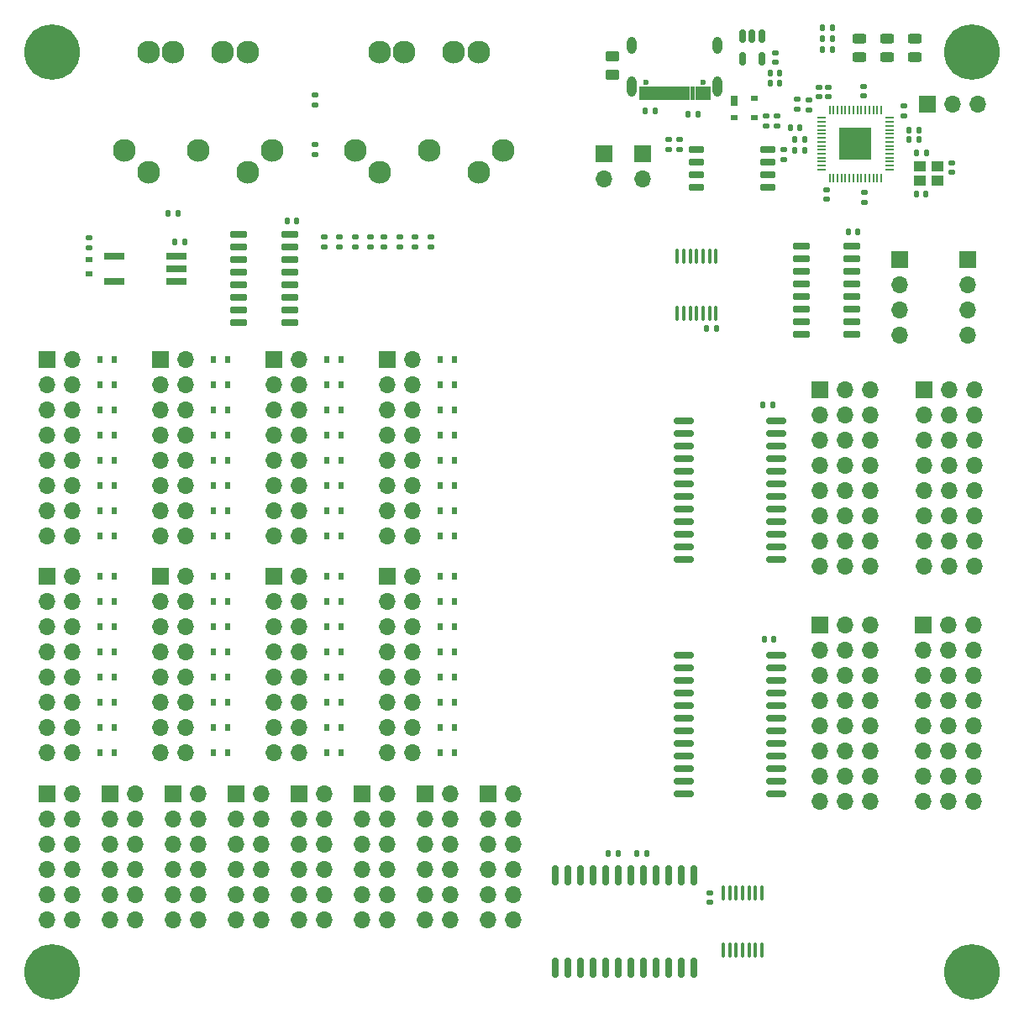
<source format=gts>
G04 #@! TF.GenerationSoftware,KiCad,Pcbnew,6.0.9*
G04 #@! TF.CreationDate,2022-12-27T21:22:08+01:00*
G04 #@! TF.ProjectId,OpenDeck-r2.2.1,4f70656e-4465-4636-9b2d-72322e322e30,rev?*
G04 #@! TF.SameCoordinates,Original*
G04 #@! TF.FileFunction,Soldermask,Top*
G04 #@! TF.FilePolarity,Negative*
%FSLAX46Y46*%
G04 Gerber Fmt 4.6, Leading zero omitted, Abs format (unit mm)*
G04 Created by KiCad (PCBNEW 6.0.9) date 2022-12-27 21:22:08*
%MOMM*%
%LPD*%
G01*
G04 APERTURE LIST*
G04 Aperture macros list*
%AMRoundRect*
0 Rectangle with rounded corners*
0 $1 Rounding radius*
0 $2 $3 $4 $5 $6 $7 $8 $9 X,Y pos of 4 corners*
0 Add a 4 corners polygon primitive as box body*
4,1,4,$2,$3,$4,$5,$6,$7,$8,$9,$2,$3,0*
0 Add four circle primitives for the rounded corners*
1,1,$1+$1,$2,$3*
1,1,$1+$1,$4,$5*
1,1,$1+$1,$6,$7*
1,1,$1+$1,$8,$9*
0 Add four rect primitives between the rounded corners*
20,1,$1+$1,$2,$3,$4,$5,0*
20,1,$1+$1,$4,$5,$6,$7,0*
20,1,$1+$1,$6,$7,$8,$9,0*
20,1,$1+$1,$8,$9,$2,$3,0*%
G04 Aperture macros list end*
%ADD10C,0.010000*%
%ADD11R,0.600000X0.700000*%
%ADD12RoundRect,0.140000X-0.140000X-0.170000X0.140000X-0.170000X0.140000X0.170000X-0.140000X0.170000X0*%
%ADD13RoundRect,0.135000X0.185000X-0.135000X0.185000X0.135000X-0.185000X0.135000X-0.185000X-0.135000X0*%
%ADD14R,1.700000X1.700000*%
%ADD15O,1.700000X1.700000*%
%ADD16C,0.600000*%
%ADD17O,0.950000X2.050000*%
%ADD18O,0.950000X1.750000*%
%ADD19RoundRect,0.135000X-0.135000X-0.185000X0.135000X-0.185000X0.135000X0.185000X-0.135000X0.185000X0*%
%ADD20RoundRect,0.150000X-0.875000X-0.150000X0.875000X-0.150000X0.875000X0.150000X-0.875000X0.150000X0*%
%ADD21RoundRect,0.140000X-0.170000X0.140000X-0.170000X-0.140000X0.170000X-0.140000X0.170000X0.140000X0*%
%ADD22RoundRect,0.140000X0.140000X0.170000X-0.140000X0.170000X-0.140000X-0.170000X0.140000X-0.170000X0*%
%ADD23RoundRect,0.150000X0.150000X-0.875000X0.150000X0.875000X-0.150000X0.875000X-0.150000X-0.875000X0*%
%ADD24C,5.600000*%
%ADD25RoundRect,0.135000X-0.185000X0.135000X-0.185000X-0.135000X0.185000X-0.135000X0.185000X0.135000X0*%
%ADD26RoundRect,0.150000X-0.725000X-0.150000X0.725000X-0.150000X0.725000X0.150000X-0.725000X0.150000X0*%
%ADD27RoundRect,0.243750X0.456250X-0.243750X0.456250X0.243750X-0.456250X0.243750X-0.456250X-0.243750X0*%
%ADD28RoundRect,0.150000X-0.150000X0.512500X-0.150000X-0.512500X0.150000X-0.512500X0.150000X0.512500X0*%
%ADD29R,0.700000X0.600000*%
%ADD30R,0.700000X1.000000*%
%ADD31RoundRect,0.140000X0.170000X-0.140000X0.170000X0.140000X-0.170000X0.140000X-0.170000X-0.140000X0*%
%ADD32RoundRect,0.135000X0.135000X0.185000X-0.135000X0.185000X-0.135000X-0.185000X0.135000X-0.185000X0*%
%ADD33RoundRect,0.050000X0.050000X-0.387500X0.050000X0.387500X-0.050000X0.387500X-0.050000X-0.387500X0*%
%ADD34RoundRect,0.050000X0.387500X-0.050000X0.387500X0.050000X-0.387500X0.050000X-0.387500X-0.050000X0*%
%ADD35R,3.200000X3.200000*%
%ADD36RoundRect,0.150000X-0.650000X-0.150000X0.650000X-0.150000X0.650000X0.150000X-0.650000X0.150000X0*%
%ADD37RoundRect,0.250000X0.450000X-0.262500X0.450000X0.262500X-0.450000X0.262500X-0.450000X-0.262500X0*%
%ADD38R,1.150000X1.000000*%
%ADD39C,2.300000*%
%ADD40RoundRect,0.100000X-0.100000X0.637500X-0.100000X-0.637500X0.100000X-0.637500X0.100000X0.637500X0*%
%ADD41RoundRect,0.100000X0.100000X-0.637500X0.100000X0.637500X-0.100000X0.637500X-0.100000X-0.637500X0*%
%ADD42R,2.000000X0.640000*%
G04 APERTURE END LIST*
G36*
X166350000Y-63370000D02*
G01*
X165950000Y-63370000D01*
X165950000Y-62130000D01*
X166350000Y-62130000D01*
X166350000Y-63370000D01*
G37*
D10*
X166350000Y-63370000D02*
X165950000Y-63370000D01*
X165950000Y-62130000D01*
X166350000Y-62130000D01*
X166350000Y-63370000D01*
G36*
X166850000Y-63370000D02*
G01*
X166450000Y-63370000D01*
X166450000Y-62130000D01*
X166850000Y-62130000D01*
X166850000Y-63370000D01*
G37*
X166850000Y-63370000D02*
X166450000Y-63370000D01*
X166450000Y-62130000D01*
X166850000Y-62130000D01*
X166850000Y-63370000D01*
G36*
X164850000Y-63370000D02*
G01*
X164450000Y-63370000D01*
X164450000Y-62130000D01*
X164850000Y-62130000D01*
X164850000Y-63370000D01*
G37*
X164850000Y-63370000D02*
X164450000Y-63370000D01*
X164450000Y-62130000D01*
X164850000Y-62130000D01*
X164850000Y-63370000D01*
G36*
X168450000Y-63370000D02*
G01*
X167750000Y-63370000D01*
X167750000Y-62130000D01*
X168450000Y-62130000D01*
X168450000Y-63370000D01*
G37*
X168450000Y-63370000D02*
X167750000Y-63370000D01*
X167750000Y-62130000D01*
X168450000Y-62130000D01*
X168450000Y-63370000D01*
G36*
X163850000Y-63370000D02*
G01*
X163450000Y-63370000D01*
X163450000Y-62130000D01*
X163850000Y-62130000D01*
X163850000Y-63370000D01*
G37*
X163850000Y-63370000D02*
X163450000Y-63370000D01*
X163450000Y-62130000D01*
X163850000Y-62130000D01*
X163850000Y-63370000D01*
G36*
X165350000Y-63370000D02*
G01*
X164950000Y-63370000D01*
X164950000Y-62130000D01*
X165350000Y-62130000D01*
X165350000Y-63370000D01*
G37*
X165350000Y-63370000D02*
X164950000Y-63370000D01*
X164950000Y-62130000D01*
X165350000Y-62130000D01*
X165350000Y-63370000D01*
G36*
X163350000Y-63370000D02*
G01*
X162950000Y-63370000D01*
X162950000Y-62130000D01*
X163350000Y-62130000D01*
X163350000Y-63370000D01*
G37*
X163350000Y-63370000D02*
X162950000Y-63370000D01*
X162950000Y-62130000D01*
X163350000Y-62130000D01*
X163350000Y-63370000D01*
G36*
X162050000Y-63370000D02*
G01*
X161350000Y-63370000D01*
X161350000Y-62130000D01*
X162050000Y-62130000D01*
X162050000Y-63370000D01*
G37*
X162050000Y-63370000D02*
X161350000Y-63370000D01*
X161350000Y-62130000D01*
X162050000Y-62130000D01*
X162050000Y-63370000D01*
G36*
X165850000Y-63370000D02*
G01*
X165450000Y-63370000D01*
X165450000Y-62130000D01*
X165850000Y-62130000D01*
X165850000Y-63370000D01*
G37*
X165850000Y-63370000D02*
X165450000Y-63370000D01*
X165450000Y-62130000D01*
X165850000Y-62130000D01*
X165850000Y-63370000D01*
G36*
X167650000Y-63370000D02*
G01*
X166950000Y-63370000D01*
X166950000Y-62130000D01*
X167650000Y-62130000D01*
X167650000Y-63370000D01*
G37*
X167650000Y-63370000D02*
X166950000Y-63370000D01*
X166950000Y-62130000D01*
X167650000Y-62130000D01*
X167650000Y-63370000D01*
G36*
X164350000Y-63370000D02*
G01*
X163950000Y-63370000D01*
X163950000Y-62130000D01*
X164350000Y-62130000D01*
X164350000Y-63370000D01*
G37*
X164350000Y-63370000D02*
X163950000Y-63370000D01*
X163950000Y-62130000D01*
X164350000Y-62130000D01*
X164350000Y-63370000D01*
G36*
X162850000Y-63370000D02*
G01*
X162150000Y-63370000D01*
X162150000Y-62130000D01*
X162850000Y-62130000D01*
X162850000Y-63370000D01*
G37*
X162850000Y-63370000D02*
X162150000Y-63370000D01*
X162150000Y-62130000D01*
X162850000Y-62130000D01*
X162850000Y-63370000D01*
D11*
X141286000Y-126746000D03*
X142686000Y-126746000D03*
X106996000Y-121666000D03*
X108396000Y-121666000D03*
X118426000Y-92202000D03*
X119826000Y-92202000D03*
X141286000Y-97282000D03*
X142686000Y-97282000D03*
D12*
X158220000Y-139400000D03*
X159180000Y-139400000D03*
D13*
X135600000Y-78310000D03*
X135600000Y-77290000D03*
D11*
X106996000Y-97282000D03*
X108396000Y-97282000D03*
X129856000Y-126746000D03*
X131256000Y-126746000D03*
D14*
X127000000Y-133400000D03*
D15*
X129540000Y-133400000D03*
X127000000Y-135940000D03*
X129540000Y-135940000D03*
X127000000Y-138480000D03*
X129540000Y-138480000D03*
X127000000Y-141020000D03*
X129540000Y-141020000D03*
X127000000Y-143560000D03*
X129540000Y-143560000D03*
X127000000Y-146100000D03*
X129540000Y-146100000D03*
D16*
X167790000Y-61680000D03*
X162010000Y-61680000D03*
D17*
X169225000Y-62170000D03*
X160575000Y-62170000D03*
D18*
X169225000Y-58000000D03*
X160575000Y-58000000D03*
D11*
X129856000Y-97282000D03*
X131256000Y-97282000D03*
D19*
X179790000Y-56200000D03*
X180810000Y-56200000D03*
D11*
X141286000Y-121666000D03*
X142686000Y-121666000D03*
D14*
X146050000Y-133400000D03*
D15*
X148590000Y-133400000D03*
X146050000Y-135940000D03*
X148590000Y-135940000D03*
X146050000Y-138480000D03*
X148590000Y-138480000D03*
X146050000Y-141020000D03*
X148590000Y-141020000D03*
X146050000Y-143560000D03*
X148590000Y-143560000D03*
X146050000Y-146100000D03*
X148590000Y-146100000D03*
D20*
X165822100Y-119481600D03*
X165822100Y-120751600D03*
X165822100Y-122021600D03*
X165822100Y-123291600D03*
X165822100Y-124561600D03*
X165822100Y-125831600D03*
X165822100Y-127101600D03*
X165822100Y-128371600D03*
X165822100Y-129641600D03*
X165822100Y-130911600D03*
X165822100Y-132181600D03*
X165822100Y-133451600D03*
X175122100Y-133451600D03*
X175122100Y-132181600D03*
X175122100Y-130911600D03*
X175122100Y-129641600D03*
X175122100Y-128371600D03*
X175122100Y-127101600D03*
X175122100Y-125831600D03*
X175122100Y-124561600D03*
X175122100Y-123291600D03*
X175122100Y-122021600D03*
X175122100Y-120751600D03*
X175122100Y-119481600D03*
D11*
X106996000Y-102362000D03*
X108396000Y-102362000D03*
D21*
X184000000Y-72820000D03*
X184000000Y-73780000D03*
D11*
X118426000Y-104902000D03*
X119826000Y-104902000D03*
D22*
X189480000Y-66500000D03*
X188520000Y-66500000D03*
D23*
X152819100Y-150928600D03*
X154089100Y-150928600D03*
X155359100Y-150928600D03*
X156629100Y-150928600D03*
X157899100Y-150928600D03*
X159169100Y-150928600D03*
X160439100Y-150928600D03*
X161709100Y-150928600D03*
X162979100Y-150928600D03*
X164249100Y-150928600D03*
X165519100Y-150928600D03*
X166789100Y-150928600D03*
X166789100Y-141628600D03*
X165519100Y-141628600D03*
X164249100Y-141628600D03*
X162979100Y-141628600D03*
X161709100Y-141628600D03*
X160439100Y-141628600D03*
X159169100Y-141628600D03*
X157899100Y-141628600D03*
X156629100Y-141628600D03*
X155359100Y-141628600D03*
X154089100Y-141628600D03*
X152819100Y-141628600D03*
D24*
X102146100Y-58648600D03*
D11*
X129856000Y-124206000D03*
X131256000Y-124206000D03*
X106996000Y-126746000D03*
X108396000Y-126746000D03*
X106996000Y-114046000D03*
X108396000Y-114046000D03*
D25*
X128600000Y-62990000D03*
X128600000Y-64010000D03*
D11*
X129856000Y-102362000D03*
X131256000Y-102362000D03*
X141286000Y-116586000D03*
X142686000Y-116586000D03*
X129856000Y-114046000D03*
X131256000Y-114046000D03*
D22*
X126780000Y-75700000D03*
X125820000Y-75700000D03*
D26*
X120907100Y-77063600D03*
X120907100Y-78333600D03*
X120907100Y-79603600D03*
X120907100Y-80873600D03*
X120907100Y-82143600D03*
X120907100Y-83413600D03*
X120907100Y-84683600D03*
X120907100Y-85953600D03*
X126057100Y-85953600D03*
X126057100Y-84683600D03*
X126057100Y-83413600D03*
X126057100Y-82143600D03*
X126057100Y-80873600D03*
X126057100Y-79603600D03*
X126057100Y-78333600D03*
X126057100Y-77063600D03*
D27*
X186300000Y-59137500D03*
X186300000Y-57262500D03*
D28*
X173650000Y-57062500D03*
X172700000Y-57062500D03*
X171750000Y-57062500D03*
X171750000Y-59337500D03*
X173650000Y-59337500D03*
D29*
X105900000Y-79600000D03*
X105900000Y-81000000D03*
D14*
X113025000Y-111506000D03*
D15*
X115565000Y-111506000D03*
X113025000Y-114046000D03*
X115565000Y-114046000D03*
X113025000Y-116586000D03*
X115565000Y-116586000D03*
X113025000Y-119126000D03*
X115565000Y-119126000D03*
X113025000Y-121666000D03*
X115565000Y-121666000D03*
X113025000Y-124206000D03*
X115565000Y-124206000D03*
X113025000Y-126746000D03*
X115565000Y-126746000D03*
X113025000Y-129286000D03*
X115565000Y-129286000D03*
D12*
X177020000Y-68600000D03*
X177980000Y-68600000D03*
D11*
X141286000Y-89662000D03*
X142686000Y-89662000D03*
D12*
X173920000Y-117800000D03*
X174880000Y-117800000D03*
D13*
X175200000Y-66110000D03*
X175200000Y-65090000D03*
D30*
X170900000Y-63550000D03*
D29*
X170900000Y-65250000D03*
X172900000Y-65250000D03*
X172900000Y-63350000D03*
D11*
X106996000Y-129286000D03*
X108396000Y-129286000D03*
D14*
X187600000Y-79600000D03*
D15*
X187600000Y-82140000D03*
X187600000Y-84680000D03*
X187600000Y-87220000D03*
D11*
X118426000Y-121666000D03*
X119826000Y-121666000D03*
D14*
X157800000Y-68900000D03*
D15*
X157800000Y-71440000D03*
D11*
X118426000Y-97282000D03*
X119826000Y-97282000D03*
X118426000Y-99822000D03*
X119826000Y-99822000D03*
X129856000Y-89662000D03*
X131256000Y-89662000D03*
D14*
X120650000Y-133400000D03*
D15*
X123190000Y-133400000D03*
X120650000Y-135940000D03*
X123190000Y-135940000D03*
X120650000Y-138480000D03*
X123190000Y-138480000D03*
X120650000Y-141020000D03*
X123190000Y-141020000D03*
X120650000Y-143560000D03*
X123190000Y-143560000D03*
X120650000Y-146100000D03*
X123190000Y-146100000D03*
D31*
X179400000Y-63180000D03*
X179400000Y-62220000D03*
D14*
X161700000Y-68925000D03*
D15*
X161700000Y-71465000D03*
D14*
X179555000Y-92700000D03*
D15*
X179555000Y-95240000D03*
X179555000Y-97780000D03*
X179555000Y-100320000D03*
X179555000Y-102860000D03*
X179555000Y-105400000D03*
X179555000Y-107940000D03*
X179555000Y-110480000D03*
X182095000Y-92700000D03*
X182095000Y-95240000D03*
X182095000Y-97780000D03*
X182095000Y-100320000D03*
X182095000Y-102860000D03*
X182095000Y-105400000D03*
X182095000Y-107940000D03*
X182095000Y-110480000D03*
X184635000Y-92700000D03*
X184635000Y-95240000D03*
X184635000Y-97780000D03*
X184635000Y-100320000D03*
X184635000Y-102860000D03*
X184635000Y-105400000D03*
X184635000Y-107940000D03*
X184635000Y-110480000D03*
D11*
X141286000Y-107442000D03*
X142686000Y-107442000D03*
X141286000Y-104902000D03*
X142686000Y-104902000D03*
X141286000Y-114046000D03*
X142686000Y-114046000D03*
D24*
X194856100Y-151358600D03*
D12*
X189220000Y-73000000D03*
X190180000Y-73000000D03*
D14*
X139700000Y-133400000D03*
D15*
X142240000Y-133400000D03*
X139700000Y-135940000D03*
X142240000Y-135940000D03*
X139700000Y-138480000D03*
X142240000Y-138480000D03*
X139700000Y-141020000D03*
X142240000Y-141020000D03*
X139700000Y-143560000D03*
X142240000Y-143560000D03*
X139700000Y-146100000D03*
X142240000Y-146100000D03*
D11*
X129856000Y-119126000D03*
X131256000Y-119126000D03*
D13*
X137200000Y-78310000D03*
X137200000Y-77290000D03*
D11*
X141286000Y-119126000D03*
X142686000Y-119126000D03*
D24*
X194856100Y-58648600D03*
D11*
X118426000Y-114046000D03*
X119826000Y-114046000D03*
D14*
X101600000Y-89662000D03*
D15*
X104140000Y-89662000D03*
X101600000Y-92202000D03*
X104140000Y-92202000D03*
X101600000Y-94742000D03*
X104140000Y-94742000D03*
X101600000Y-97282000D03*
X104140000Y-97282000D03*
X101600000Y-99822000D03*
X104140000Y-99822000D03*
X101600000Y-102362000D03*
X104140000Y-102362000D03*
X101600000Y-104902000D03*
X104140000Y-104902000D03*
X101600000Y-107442000D03*
X104140000Y-107442000D03*
D14*
X190000000Y-92700000D03*
D15*
X190000000Y-95240000D03*
X190000000Y-97780000D03*
X190000000Y-100320000D03*
X190000000Y-102860000D03*
X190000000Y-105400000D03*
X190000000Y-107940000D03*
X190000000Y-110480000D03*
X192540000Y-92700000D03*
X192540000Y-95240000D03*
X192540000Y-97780000D03*
X192540000Y-100320000D03*
X192540000Y-102860000D03*
X192540000Y-105400000D03*
X192540000Y-107940000D03*
X192540000Y-110480000D03*
X195080000Y-92700000D03*
X195080000Y-95240000D03*
X195080000Y-97780000D03*
X195080000Y-100320000D03*
X195080000Y-102860000D03*
X195080000Y-105400000D03*
X195080000Y-107940000D03*
X195080000Y-110480000D03*
D11*
X106996000Y-111506000D03*
X108396000Y-111506000D03*
D22*
X177980000Y-67500000D03*
X177020000Y-67500000D03*
D11*
X106996000Y-99822000D03*
X108396000Y-99822000D03*
X129856000Y-104902000D03*
X131256000Y-104902000D03*
D12*
X182400000Y-76800000D03*
X183360000Y-76800000D03*
D20*
X165822100Y-95859600D03*
X165822100Y-97129600D03*
X165822100Y-98399600D03*
X165822100Y-99669600D03*
X165822100Y-100939600D03*
X165822100Y-102209600D03*
X165822100Y-103479600D03*
X165822100Y-104749600D03*
X165822100Y-106019600D03*
X165822100Y-107289600D03*
X165822100Y-108559600D03*
X165822100Y-109829600D03*
X175122100Y-109829600D03*
X175122100Y-108559600D03*
X175122100Y-107289600D03*
X175122100Y-106019600D03*
X175122100Y-104749600D03*
X175122100Y-103479600D03*
X175122100Y-102209600D03*
X175122100Y-100939600D03*
X175122100Y-99669600D03*
X175122100Y-98399600D03*
X175122100Y-97129600D03*
X175122100Y-95859600D03*
D31*
X168400000Y-144380000D03*
X168400000Y-143420000D03*
D11*
X141286000Y-92202000D03*
X142686000Y-92202000D03*
D12*
X173802100Y-94208600D03*
X174762100Y-94208600D03*
D11*
X129856000Y-121666000D03*
X131256000Y-121666000D03*
D13*
X140300000Y-78310000D03*
X140300000Y-77290000D03*
D22*
X177480000Y-66300000D03*
X176520000Y-66300000D03*
D21*
X175900000Y-68520000D03*
X175900000Y-69480000D03*
D11*
X118426000Y-116586000D03*
X119826000Y-116586000D03*
X129856000Y-92202000D03*
X131256000Y-92202000D03*
X141286000Y-99822000D03*
X142686000Y-99822000D03*
D27*
X183500000Y-59137500D03*
X183500000Y-57262500D03*
D11*
X106996000Y-94742000D03*
X108396000Y-94742000D03*
D21*
X180200000Y-72520000D03*
X180200000Y-73480000D03*
D13*
X132700000Y-78310000D03*
X132700000Y-77290000D03*
D14*
X179555000Y-116400000D03*
D15*
X179555000Y-118940000D03*
X179555000Y-121480000D03*
X179555000Y-124020000D03*
X179555000Y-126560000D03*
X179555000Y-129100000D03*
X179555000Y-131640000D03*
X179555000Y-134180000D03*
X182095000Y-116400000D03*
X182095000Y-118940000D03*
X182095000Y-121480000D03*
X182095000Y-124020000D03*
X182095000Y-126560000D03*
X182095000Y-129100000D03*
X182095000Y-131640000D03*
X182095000Y-134180000D03*
X184635000Y-116400000D03*
X184635000Y-118940000D03*
X184635000Y-121480000D03*
X184635000Y-124020000D03*
X184635000Y-126560000D03*
X184635000Y-129100000D03*
X184635000Y-131640000D03*
X184635000Y-134180000D03*
D11*
X106996000Y-119126000D03*
X108396000Y-119126000D03*
D14*
X189960000Y-116400000D03*
D15*
X189960000Y-118940000D03*
X189960000Y-121480000D03*
X189960000Y-124020000D03*
X189960000Y-126560000D03*
X189960000Y-129100000D03*
X189960000Y-131640000D03*
X189960000Y-134180000D03*
X192500000Y-116400000D03*
X192500000Y-118940000D03*
X192500000Y-121480000D03*
X192500000Y-124020000D03*
X192500000Y-126560000D03*
X192500000Y-129100000D03*
X192500000Y-131640000D03*
X192500000Y-134180000D03*
X195040000Y-116400000D03*
X195040000Y-118940000D03*
X195040000Y-121480000D03*
X195040000Y-124020000D03*
X195040000Y-126560000D03*
X195040000Y-129100000D03*
X195040000Y-131640000D03*
X195040000Y-134180000D03*
D31*
X183900000Y-63080000D03*
X183900000Y-62120000D03*
D14*
X107950000Y-133400000D03*
D15*
X110490000Y-133400000D03*
X107950000Y-135940000D03*
X110490000Y-135940000D03*
X107950000Y-138480000D03*
X110490000Y-138480000D03*
X107950000Y-141020000D03*
X110490000Y-141020000D03*
X107950000Y-143560000D03*
X110490000Y-143560000D03*
X107950000Y-146100000D03*
X110490000Y-146100000D03*
D13*
X131100000Y-78310000D03*
X131100000Y-77290000D03*
D11*
X118426000Y-89662000D03*
X119826000Y-89662000D03*
D32*
X162910000Y-64600000D03*
X161890000Y-64600000D03*
D31*
X178400000Y-64480000D03*
X178400000Y-63520000D03*
D33*
X180500000Y-71337500D03*
X180900000Y-71337500D03*
X181300000Y-71337500D03*
X181700000Y-71337500D03*
X182100000Y-71337500D03*
X182500000Y-71337500D03*
X182900000Y-71337500D03*
X183300000Y-71337500D03*
X183700000Y-71337500D03*
X184100000Y-71337500D03*
X184500000Y-71337500D03*
X184900000Y-71337500D03*
X185300000Y-71337500D03*
X185700000Y-71337500D03*
D34*
X186537500Y-70500000D03*
X186537500Y-70100000D03*
X186537500Y-69700000D03*
X186537500Y-69300000D03*
X186537500Y-68900000D03*
X186537500Y-68500000D03*
X186537500Y-68100000D03*
X186537500Y-67700000D03*
X186537500Y-67300000D03*
X186537500Y-66900000D03*
X186537500Y-66500000D03*
X186537500Y-66100000D03*
X186537500Y-65700000D03*
X186537500Y-65300000D03*
D33*
X185700000Y-64462500D03*
X185300000Y-64462500D03*
X184900000Y-64462500D03*
X184500000Y-64462500D03*
X184100000Y-64462500D03*
X183700000Y-64462500D03*
X183300000Y-64462500D03*
X182900000Y-64462500D03*
X182500000Y-64462500D03*
X182100000Y-64462500D03*
X181700000Y-64462500D03*
X181300000Y-64462500D03*
X180900000Y-64462500D03*
X180500000Y-64462500D03*
D34*
X179662500Y-65300000D03*
X179662500Y-65700000D03*
X179662500Y-66100000D03*
X179662500Y-66500000D03*
X179662500Y-66900000D03*
X179662500Y-67300000D03*
X179662500Y-67700000D03*
X179662500Y-68100000D03*
X179662500Y-68500000D03*
X179662500Y-68900000D03*
X179662500Y-69300000D03*
X179662500Y-69700000D03*
X179662500Y-70100000D03*
X179662500Y-70500000D03*
D35*
X183100000Y-67900000D03*
D14*
X114300000Y-133400000D03*
D15*
X116840000Y-133400000D03*
X114300000Y-135940000D03*
X116840000Y-135940000D03*
X114300000Y-138480000D03*
X116840000Y-138480000D03*
X114300000Y-141020000D03*
X116840000Y-141020000D03*
X114300000Y-143560000D03*
X116840000Y-143560000D03*
X114300000Y-146100000D03*
X116840000Y-146100000D03*
D11*
X129856000Y-107442000D03*
X131256000Y-107442000D03*
D19*
X179790000Y-58400000D03*
X180810000Y-58400000D03*
D11*
X118426000Y-111506000D03*
X119826000Y-111506000D03*
X118426000Y-129286000D03*
X119826000Y-129286000D03*
X106996000Y-92202000D03*
X108396000Y-92202000D03*
D19*
X166190000Y-64900000D03*
X167210000Y-64900000D03*
D11*
X141286000Y-102362000D03*
X142686000Y-102362000D03*
X129856000Y-99822000D03*
X131256000Y-99822000D03*
D14*
X113025000Y-89662000D03*
D15*
X115565000Y-89662000D03*
X113025000Y-92202000D03*
X115565000Y-92202000D03*
X113025000Y-94742000D03*
X115565000Y-94742000D03*
X113025000Y-97282000D03*
X115565000Y-97282000D03*
X113025000Y-99822000D03*
X115565000Y-99822000D03*
X113025000Y-102362000D03*
X115565000Y-102362000D03*
X113025000Y-104902000D03*
X115565000Y-104902000D03*
X113025000Y-107442000D03*
X115565000Y-107442000D03*
D11*
X141286000Y-124206000D03*
X142686000Y-124206000D03*
D25*
X165400000Y-67490000D03*
X165400000Y-68510000D03*
D11*
X118426000Y-124206000D03*
X119826000Y-124206000D03*
D14*
X124460000Y-111506000D03*
D15*
X127000000Y-111506000D03*
X124460000Y-114046000D03*
X127000000Y-114046000D03*
X124460000Y-116586000D03*
X127000000Y-116586000D03*
X124460000Y-119126000D03*
X127000000Y-119126000D03*
X124460000Y-121666000D03*
X127000000Y-121666000D03*
X124460000Y-124206000D03*
X127000000Y-124206000D03*
X124460000Y-126746000D03*
X127000000Y-126746000D03*
X124460000Y-129286000D03*
X127000000Y-129286000D03*
D25*
X105900000Y-77390000D03*
X105900000Y-78410000D03*
D14*
X101600000Y-133400000D03*
D15*
X104140000Y-133400000D03*
X101600000Y-135940000D03*
X104140000Y-135940000D03*
X101600000Y-138480000D03*
X104140000Y-138480000D03*
X101600000Y-141020000D03*
X104140000Y-141020000D03*
X101600000Y-143560000D03*
X104140000Y-143560000D03*
X101600000Y-146100000D03*
X104140000Y-146100000D03*
D26*
X177625000Y-78255000D03*
X177625000Y-79525000D03*
X177625000Y-80795000D03*
X177625000Y-82065000D03*
X177625000Y-83335000D03*
X177625000Y-84605000D03*
X177625000Y-85875000D03*
X177625000Y-87145000D03*
X182775000Y-87145000D03*
X182775000Y-85875000D03*
X182775000Y-84605000D03*
X182775000Y-83335000D03*
X182775000Y-82065000D03*
X182775000Y-80795000D03*
X182775000Y-79525000D03*
X182775000Y-78255000D03*
D13*
X164300000Y-68510000D03*
X164300000Y-67490000D03*
D19*
X179790000Y-57300000D03*
X180810000Y-57300000D03*
D14*
X101600000Y-111506000D03*
D15*
X104140000Y-111506000D03*
X101600000Y-114046000D03*
X104140000Y-114046000D03*
X101600000Y-116586000D03*
X104140000Y-116586000D03*
X101600000Y-119126000D03*
X104140000Y-119126000D03*
X101600000Y-121666000D03*
X104140000Y-121666000D03*
X101600000Y-124206000D03*
X104140000Y-124206000D03*
X101600000Y-126746000D03*
X104140000Y-126746000D03*
X101600000Y-129286000D03*
X104140000Y-129286000D03*
D11*
X106996000Y-107442000D03*
X108396000Y-107442000D03*
X141286000Y-94742000D03*
X142686000Y-94742000D03*
D36*
X167100000Y-68495000D03*
X167100000Y-69765000D03*
X167100000Y-71035000D03*
X167100000Y-72305000D03*
X174300000Y-72305000D03*
X174300000Y-71035000D03*
X174300000Y-69765000D03*
X174300000Y-68495000D03*
D11*
X129856000Y-111506000D03*
X131256000Y-111506000D03*
X141286000Y-111506000D03*
X142686000Y-111506000D03*
X118426000Y-102362000D03*
X119826000Y-102362000D03*
D37*
X158600000Y-60912500D03*
X158600000Y-59087500D03*
D11*
X118426000Y-94742000D03*
X119826000Y-94742000D03*
D38*
X189625000Y-71600000D03*
X191375000Y-71600000D03*
X191375000Y-70200000D03*
X189625000Y-70200000D03*
D21*
X177200000Y-63420000D03*
X177200000Y-64380000D03*
D24*
X102146100Y-151358600D03*
D39*
X109400000Y-68600000D03*
X116850000Y-68600000D03*
X124300000Y-68600000D03*
X111850000Y-70800000D03*
X121850000Y-70800000D03*
X121850000Y-58650000D03*
X111850000Y-58650000D03*
X114350000Y-58650000D03*
X119350000Y-58650000D03*
D13*
X134200000Y-78310000D03*
X134200000Y-77290000D03*
D11*
X118426000Y-119126000D03*
X119826000Y-119126000D03*
D22*
X175480000Y-60800000D03*
X174520000Y-60800000D03*
D25*
X188000000Y-64090000D03*
X188000000Y-65110000D03*
D11*
X129856000Y-94742000D03*
X131256000Y-94742000D03*
D32*
X190310000Y-68800000D03*
X189290000Y-68800000D03*
D11*
X106996000Y-116586000D03*
X108396000Y-116586000D03*
D13*
X128600000Y-69010000D03*
X128600000Y-67990000D03*
D39*
X132700000Y-68600000D03*
X140150000Y-68600000D03*
X147600000Y-68600000D03*
X135150000Y-70800000D03*
X145150000Y-70800000D03*
X145150000Y-58650000D03*
X135150000Y-58650000D03*
X137650000Y-58650000D03*
X142650000Y-58650000D03*
D11*
X106996000Y-104902000D03*
X108396000Y-104902000D03*
D40*
X169050000Y-79237500D03*
X168400000Y-79237500D03*
X167750000Y-79237500D03*
X167100000Y-79237500D03*
X166450000Y-79237500D03*
X165800000Y-79237500D03*
X165150000Y-79237500D03*
X165150000Y-84962500D03*
X165800000Y-84962500D03*
X166450000Y-84962500D03*
X167100000Y-84962500D03*
X167750000Y-84962500D03*
X168400000Y-84962500D03*
X169050000Y-84962500D03*
D11*
X118426000Y-126746000D03*
X119826000Y-126746000D03*
D12*
X114520000Y-77800000D03*
X115480000Y-77800000D03*
D14*
X124460000Y-89662000D03*
D15*
X127000000Y-89662000D03*
X124460000Y-92202000D03*
X127000000Y-92202000D03*
X124460000Y-94742000D03*
X127000000Y-94742000D03*
X124460000Y-97282000D03*
X127000000Y-97282000D03*
X124460000Y-99822000D03*
X127000000Y-99822000D03*
X124460000Y-102362000D03*
X127000000Y-102362000D03*
X124460000Y-104902000D03*
X127000000Y-104902000D03*
X124460000Y-107442000D03*
X127000000Y-107442000D03*
D22*
X175460000Y-61800000D03*
X174500000Y-61800000D03*
D11*
X106996000Y-89662000D03*
X108396000Y-89662000D03*
D21*
X175000000Y-58720000D03*
X175000000Y-59680000D03*
D12*
X168120000Y-86500000D03*
X169080000Y-86500000D03*
D31*
X180400000Y-63180000D03*
X180400000Y-62220000D03*
D11*
X129856000Y-116586000D03*
X131256000Y-116586000D03*
D12*
X188520000Y-67500000D03*
X189480000Y-67500000D03*
D11*
X106996000Y-124206000D03*
X108396000Y-124206000D03*
D13*
X138700000Y-78310000D03*
X138700000Y-77290000D03*
D14*
X135890000Y-111506000D03*
D15*
X138430000Y-111506000D03*
X135890000Y-114046000D03*
X138430000Y-114046000D03*
X135890000Y-116586000D03*
X138430000Y-116586000D03*
X135890000Y-119126000D03*
X138430000Y-119126000D03*
X135890000Y-121666000D03*
X138430000Y-121666000D03*
X135890000Y-124206000D03*
X138430000Y-124206000D03*
X135890000Y-126746000D03*
X138430000Y-126746000D03*
X135890000Y-129286000D03*
X138430000Y-129286000D03*
D41*
X169792100Y-149141100D03*
X170442100Y-149141100D03*
X171092100Y-149141100D03*
X171742100Y-149141100D03*
X172392100Y-149141100D03*
X173042100Y-149141100D03*
X173692100Y-149141100D03*
X173692100Y-143416100D03*
X173042100Y-143416100D03*
X172392100Y-143416100D03*
X171742100Y-143416100D03*
X171092100Y-143416100D03*
X170442100Y-143416100D03*
X169792100Y-143416100D03*
D32*
X162092100Y-139420600D03*
X161072100Y-139420600D03*
D13*
X129600000Y-78310000D03*
X129600000Y-77290000D03*
D11*
X141286000Y-129286000D03*
X142686000Y-129286000D03*
D32*
X114810000Y-74900000D03*
X113790000Y-74900000D03*
D14*
X133350000Y-133400000D03*
D15*
X135890000Y-133400000D03*
X133350000Y-135940000D03*
X135890000Y-135940000D03*
X133350000Y-138480000D03*
X135890000Y-138480000D03*
X133350000Y-141020000D03*
X135890000Y-141020000D03*
X133350000Y-143560000D03*
X135890000Y-143560000D03*
X133350000Y-146100000D03*
X135890000Y-146100000D03*
D14*
X190400000Y-63900000D03*
D15*
X192940000Y-63900000D03*
X195480000Y-63900000D03*
D11*
X129856000Y-129286000D03*
X131256000Y-129286000D03*
D14*
X194400000Y-79600000D03*
D15*
X194400000Y-82140000D03*
X194400000Y-84680000D03*
X194400000Y-87220000D03*
D27*
X189100000Y-59137500D03*
X189100000Y-57262500D03*
D13*
X174100000Y-66110000D03*
X174100000Y-65090000D03*
D42*
X108394100Y-79222600D03*
X108394100Y-81762600D03*
X114694100Y-81762600D03*
X114694100Y-80492600D03*
X114694100Y-79222600D03*
D31*
X192800000Y-70780000D03*
X192800000Y-69820000D03*
D14*
X135890000Y-89662000D03*
D15*
X138430000Y-89662000D03*
X135890000Y-92202000D03*
X138430000Y-92202000D03*
X135890000Y-94742000D03*
X138430000Y-94742000D03*
X135890000Y-97282000D03*
X138430000Y-97282000D03*
X135890000Y-99822000D03*
X138430000Y-99822000D03*
X135890000Y-102362000D03*
X138430000Y-102362000D03*
X135890000Y-104902000D03*
X138430000Y-104902000D03*
X135890000Y-107442000D03*
X138430000Y-107442000D03*
D11*
X118426000Y-107442000D03*
X119826000Y-107442000D03*
M02*

</source>
